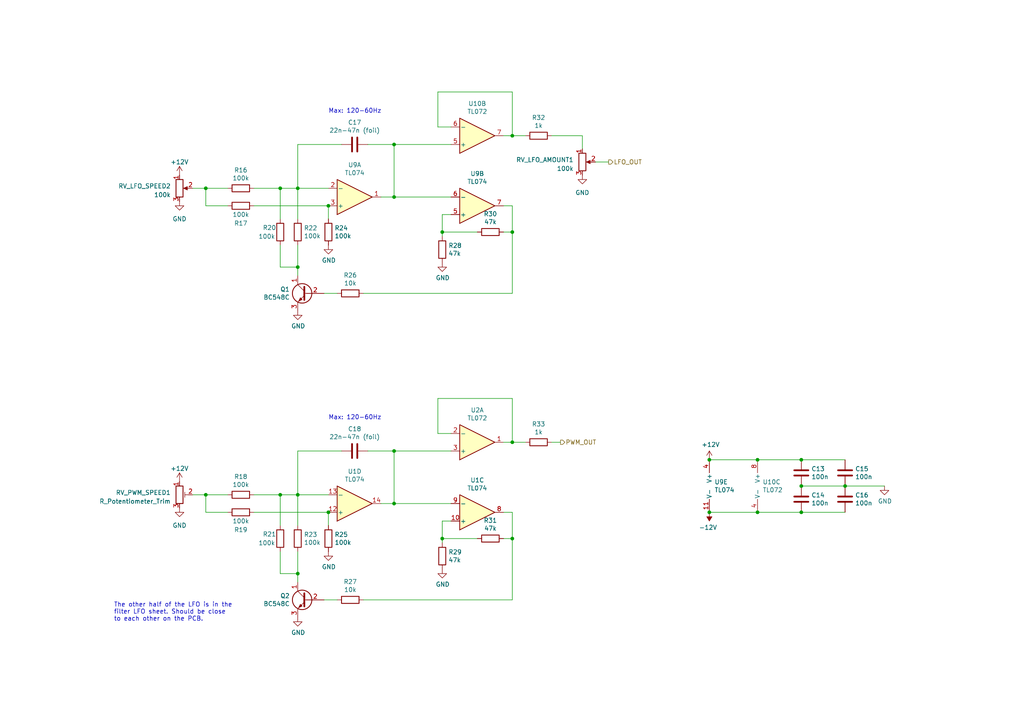
<source format=kicad_sch>
(kicad_sch (version 20230121) (generator eeschema)
  (paper "A4")
  (lib_symbols
    (symbol "+12V_1" (power) (pin_names (offset 0))
      (property "Value" "+12V_1" (at 0 3.556 0))
      (symbol "+12V_1_0_1"
        (polyline (pts (xy -0.762 1.27) (xy 0 2.54)))
        (polyline (pts (xy 0 0) (xy 0 2.54)))
        (polyline (pts (xy 0 2.54) (xy 0.762 1.27)))
      )
      (symbol "+12V_1_1_1"
        (pin power_in line (at 0 0 90) (length 0) hide (name "+12V") (number "1"))
      )
    )
    (symbol "Amplifier_Operational:TL072" (pin_names (offset 0.127))
      (property "Reference" "U" (at 0 5.08 0))
      (property "Value" "TL072" (at 0 -5.08 0))
      (symbol "TL072_1_1"
        (polyline (pts (xy -5.08 5.08) (xy 5.08 0) (xy -5.08 -5.08) (xy -5.08 5.08)) (stroke (width 0.254)) (fill (type background)))
        (pin output line (at 7.62 0 180) (length 2.54) (name "~") (number "1"))
        (pin input line (at -7.62 -2.54 0) (length 2.54) (name "-") (number "2"))
        (pin input line (at -7.62 2.54 0) (length 2.54) (name "+") (number "3"))
      )
      (symbol "TL072_2_1"
        (polyline (pts (xy -5.08 5.08) (xy 5.08 0) (xy -5.08 -5.08) (xy -5.08 5.08)) (stroke (width 0.254)) (fill (type background)))
        (pin input line (at -7.62 2.54 0) (length 2.54) (name "+") (number "5"))
        (pin input line (at -7.62 -2.54 0) (length 2.54) (name "-") (number "6"))
        (pin output line (at 7.62 0 180) (length 2.54) (name "~") (number "7"))
      )
      (symbol "TL072_3_1"
        (pin power_in line (at -2.54 -7.62 90) (length 3.81) (name "V-") (number "4"))
        (pin power_in line (at -2.54 7.62 270) (length 3.81) (name "V+") (number "8"))
      )
    )
    (symbol "Amplifier_Operational:TL074" (pin_names (offset 0.127))
      (property "Reference" "U" (at 0 5.08 0))
      (property "Value" "TL074" (at 0 -5.08 0))
      (symbol "TL074_1_1"
        (polyline (pts (xy -5.08 5.08) (xy 5.08 0) (xy -5.08 -5.08) (xy -5.08 5.08)) (stroke (width 0.254)) (fill (type background)))
        (pin output line (at 7.62 0 180) (length 2.54) (name "~") (number "1"))
        (pin input line (at -7.62 -2.54 0) (length 2.54) (name "-") (number "2"))
        (pin input line (at -7.62 2.54 0) (length 2.54) (name "+") (number "3"))
      )
      (symbol "TL074_2_1"
        (polyline (pts (xy -5.08 5.08) (xy 5.08 0) (xy -5.08 -5.08) (xy -5.08 5.08)) (stroke (width 0.254)) (fill (type background)))
        (pin input line (at -7.62 2.54 0) (length 2.54) (name "+") (number "5"))
        (pin input line (at -7.62 -2.54 0) (length 2.54) (name "-") (number "6"))
        (pin output line (at 7.62 0 180) (length 2.54) (name "~") (number "7"))
      )
      (symbol "TL074_3_1"
        (polyline (pts (xy -5.08 5.08) (xy 5.08 0) (xy -5.08 -5.08) (xy -5.08 5.08)) (stroke (width 0.254)) (fill (type background)))
        (pin input line (at -7.62 2.54 0) (length 2.54) (name "+") (number "10"))
        (pin output line (at 7.62 0 180) (length 2.54) (name "~") (number "8"))
        (pin input line (at -7.62 -2.54 0) (length 2.54) (name "-") (number "9"))
      )
      (symbol "TL074_4_1"
        (polyline (pts (xy -5.08 5.08) (xy 5.08 0) (xy -5.08 -5.08) (xy -5.08 5.08)) (stroke (width 0.254)) (fill (type background)))
        (pin input line (at -7.62 2.54 0) (length 2.54) (name "+") (number "12"))
        (pin input line (at -7.62 -2.54 0) (length 2.54) (name "-") (number "13"))
        (pin output line (at 7.62 0 180) (length 2.54) (name "~") (number "14"))
      )
      (symbol "TL074_5_1"
        (pin power_in line (at -2.54 -7.62 90) (length 3.81) (name "V-") (number "11"))
        (pin power_in line (at -2.54 7.62 270) (length 3.81) (name "V+") (number "4"))
      )
    )
    (symbol "Device:C" (pin_numbers hide) (pin_names (offset 0.254))
      (property "Reference" "C" (at 0.635 2.54 0))
      (property "Value" "C" (at 0.635 -2.54 0))
      (symbol "C_0_1"
        (polyline (pts (xy -2.032 -0.762) (xy 2.032 -0.762)) (stroke (width 0.508)))
        (polyline (pts (xy -2.032 0.762) (xy 2.032 0.762)) (stroke (width 0.508)))
      )
      (symbol "C_1_1"
        (pin passive line (at 0 3.81 270) (length 2.794) (name "~") (number "1"))
        (pin passive line (at 0 -3.81 90) (length 2.794) (name "~") (number "2"))
      )
    )
    (symbol "Device:R" (pin_numbers hide) (pin_names (offset 0))
      (property "Reference" "R" (at 2.032 0 90))
      (property "Value" "R" (at 0 0 90))
      (symbol "R_0_1"
        (rectangle (start -1.016 -2.54) (end 1.016 2.54) (stroke (width 0.254)))
      )
      (symbol "R_1_1"
        (pin passive line (at 0 3.81 270) (length 1.27) (name "~") (number "1"))
        (pin passive line (at 0 -3.81 90) (length 1.27) (name "~") (number "2"))
      )
    )
    (symbol "Device:R_Potentiometer" (pin_names (offset 1.016) hide)
      (property "Reference" "RV" (at -4.445 0 90))
      (property "Value" "R_Potentiometer" (at -2.54 0 90))
      (symbol "R_Potentiometer_0_1"
        (polyline (pts (xy 2.54 0) (xy 1.524 0)))
        (polyline (pts (xy 1.143 0) (xy 2.286 0.508) (xy 2.286 -0.508) (xy 1.143 0)) (fill (type outline)))
        (rectangle (start 1.016 2.54) (end -1.016 -2.54) (stroke (width 0.254)))
      )
      (symbol "R_Potentiometer_1_1"
        (pin passive line (at 0 3.81 270) (length 1.27) (name "1") (number "1"))
        (pin passive line (at 3.81 0 180) (length 1.27) (name "2") (number "2"))
        (pin passive line (at 0 -3.81 90) (length 1.27) (name "3") (number "3"))
      )
    )
    (symbol "Device:R_Potentiometer_Trim" (pin_names (offset 1.016) hide)
      (property "Reference" "RV" (at -4.445 0 90))
      (property "Value" "R_Potentiometer_Trim" (at -2.54 0 90))
      (symbol "R_Potentiometer_Trim_0_1"
        (polyline (pts (xy 1.524 0.762) (xy 1.524 -0.762)))
        (polyline (pts (xy 2.54 0) (xy 1.524 0)))
        (rectangle (start 1.016 2.54) (end -1.016 -2.54) (stroke (width 0.254)))
      )
      (symbol "R_Potentiometer_Trim_1_1"
        (pin passive line (at 0 3.81 270) (length 1.27) (name "1") (number "1"))
        (pin passive line (at 3.81 0 180) (length 1.27) (name "2") (number "2"))
        (pin passive line (at 0 -3.81 90) (length 1.27) (name "3") (number "3"))
      )
    )
    (symbol "GND_1" (power) (pin_names (offset 0))
      (property "Value" "GND_1" (at 0 -3.81 0))
      (symbol "GND_1_0_1"
        (polyline (pts (xy 0 0) (xy 0 -1.27) (xy 1.27 -1.27) (xy 0 -2.54) (xy -1.27 -1.27) (xy 0 -1.27)))
      )
      (symbol "GND_1_1_1"
        (pin power_in line (at 0 0 270) (length 0) hide (name "GND") (number "1"))
      )
    )
    (symbol "GND_2" (power) (pin_names (offset 0))
      (property "Value" "GND_2" (at 0 -3.81 0))
      (symbol "GND_2_0_1"
        (polyline (pts (xy 0 0) (xy 0 -1.27) (xy 1.27 -1.27) (xy 0 -2.54) (xy -1.27 -1.27) (xy 0 -1.27)))
      )
      (symbol "GND_2_1_1"
        (pin power_in line (at 0 0 270) (length 0) hide (name "GND") (number "1"))
      )
    )
    (symbol "Transistor_BJT:BC548" (pin_names (offset 0) hide)
      (property "Reference" "Q" (at 5.08 1.905 0))
      (property "Value" "BC548" (at 5.08 0 0))
      (symbol "BC548_0_1"
        (polyline (pts (xy 0 0) (xy 0.635 0)))
        (polyline (pts (xy 0.635 0.635) (xy 2.54 2.54)))
        (polyline (pts (xy 0.635 -0.635) (xy 2.54 -2.54) (xy 2.54 -2.54)))
        (polyline (pts (xy 0.635 1.905) (xy 0.635 -1.905) (xy 0.635 -1.905)) (stroke (width 0.508)))
        (polyline (pts (xy 1.27 -1.778) (xy 1.778 -1.27) (xy 2.286 -2.286) (xy 1.27 -1.778) (xy 1.27 -1.778)) (fill (type outline)))
        (circle (center 1.27 0) (radius 2.8194) (stroke (width 0.254)))
      )
      (symbol "BC548_1_1"
        (pin passive line (at 2.54 5.08 270) (length 2.54) (name "C") (number "1"))
        (pin input line (at -5.08 0 0) (length 5.08) (name "B") (number "2"))
        (pin passive line (at 2.54 -5.08 90) (length 2.54) (name "E") (number "3"))
      )
    )
    (symbol "power:+12V" (power) (pin_names (offset 0))
      (property "Value" "+12V" (at 0 3.556 0))
      (symbol "+12V_0_1"
        (polyline (pts (xy -0.762 1.27) (xy 0 2.54)))
        (polyline (pts (xy 0 0) (xy 0 2.54)))
        (polyline (pts (xy 0 2.54) (xy 0.762 1.27)))
      )
      (symbol "+12V_1_1"
        (pin power_in line (at 0 0 90) (length 0) hide (name "+12V") (number "1"))
      )
    )
    (symbol "power:-12V" (power) (pin_names (offset 0))
      (property "Value" "-12V" (at 0 3.81 0))
      (symbol "-12V_0_0"
        (pin power_in line (at 0 0 90) (length 0) hide (name "-12V") (number "1"))
      )
      (symbol "-12V_0_1"
        (polyline (pts (xy 0 0) (xy 0 1.27) (xy 0.762 1.27) (xy 0 2.54) (xy -0.762 1.27) (xy 0 1.27)) (fill (type outline)))
      )
    )
    (symbol "power:GND" (power) (pin_names (offset 0))
      (property "Value" "GND" (at 0 -3.81 0))
      (symbol "GND_0_1"
        (polyline (pts (xy 0 0) (xy 0 -1.27) (xy 1.27 -1.27) (xy 0 -2.54) (xy -1.27 -1.27) (xy 0 -1.27)))
      )
      (symbol "GND_1_1"
        (pin power_in line (at 0 0 270) (length 0) hide (name "GND") (number "1"))
      )
    )
  )
  (junction (at 148.59 156.21))
  (junction (at 81.28 54.61))
  (junction (at 81.28 143.51))
  (junction (at 114.3 41.91))
  (junction (at 86.36 143.51))
  (junction (at 86.36 77.47))
  (junction (at 205.74 148.59))
  (junction (at 232.41 148.59))
  (junction (at 232.41 140.97))
  (junction (at 86.36 54.61))
  (junction (at 59.69 143.51))
  (junction (at 219.71 133.35))
  (junction (at 114.3 57.15))
  (junction (at 219.71 148.59))
  (junction (at 232.41 133.35))
  (junction (at 95.25 148.59))
  (junction (at 205.74 133.35))
  (junction (at 86.36 166.37))
  (junction (at 128.27 156.21))
  (junction (at 114.3 130.81))
  (junction (at 59.69 54.61))
  (junction (at 148.59 128.27))
  (junction (at 128.27 67.31))
  (junction (at 245.11 140.97))
  (junction (at 148.59 39.37))
  (junction (at 95.25 59.69))
  (junction (at 114.3 146.05))
  (junction (at 148.59 67.31))
  (wire (pts (xy 66.04 59.69) (xy 59.69 59.69)))
  (wire (pts (xy 59.69 148.59) (xy 59.69 143.51)))
  (wire (pts (xy 86.36 41.91) (xy 99.06 41.91)))
  (wire (pts (xy 130.81 151.13) (xy 128.27 151.13)))
  (wire (pts (xy 232.41 133.35) (xy 245.11 133.35)))
  (wire (pts (xy 232.41 148.59) (xy 245.11 148.59)))
  (wire (pts (xy 148.59 173.99) (xy 105.41 173.99)))
  (wire (pts (xy 127 26.67) (xy 148.59 26.67)))
  (wire (pts (xy 81.28 77.47) (xy 86.36 77.47)))
  (wire (pts (xy 114.3 146.05) (xy 130.81 146.05)))
  (wire (pts (xy 130.81 125.73) (xy 127 125.73)))
  (wire (pts (xy 95.25 59.69) (xy 95.25 63.5)))
  (wire (pts (xy 81.28 54.61) (xy 86.36 54.61)))
  (wire (pts (xy 114.3 41.91) (xy 114.3 57.15)))
  (wire (pts (xy 59.69 54.61) (xy 66.04 54.61)))
  (wire (pts (xy 128.27 156.21) (xy 128.27 157.48)))
  (wire (pts (xy 146.05 59.69) (xy 148.59 59.69)))
  (wire (pts (xy 114.3 146.05) (xy 110.49 146.05)))
  (wire (pts (xy 152.4 39.37) (xy 148.59 39.37)))
  (wire (pts (xy 86.36 77.47) (xy 86.36 71.12)))
  (wire (pts (xy 127 36.83) (xy 127 26.67)))
  (wire (pts (xy 81.28 143.51) (xy 86.36 143.51)))
  (wire (pts (xy 114.3 130.81) (xy 130.81 130.81)))
  (wire (pts (xy 86.36 54.61) (xy 86.36 63.5)))
  (wire (pts (xy 138.43 67.31) (xy 128.27 67.31)))
  (wire (pts (xy 59.69 59.69) (xy 59.69 54.61)))
  (wire (pts (xy 127 115.57) (xy 148.59 115.57)))
  (wire (pts (xy 59.69 143.51) (xy 66.04 143.51)))
  (wire (pts (xy 205.74 148.59) (xy 219.71 148.59)))
  (wire (pts (xy 106.68 41.91) (xy 114.3 41.91)))
  (wire (pts (xy 114.3 41.91) (xy 130.81 41.91)))
  (wire (pts (xy 81.28 166.37) (xy 86.36 166.37)))
  (wire (pts (xy 148.59 148.59) (xy 148.59 156.21)))
  (wire (pts (xy 176.53 46.99) (xy 172.72 46.99)))
  (wire (pts (xy 152.4 128.27) (xy 148.59 128.27)))
  (wire (pts (xy 73.66 59.69) (xy 95.25 59.69)))
  (wire (pts (xy 146.05 67.31) (xy 148.59 67.31)))
  (wire (pts (xy 73.66 54.61) (xy 81.28 54.61)))
  (wire (pts (xy 114.3 57.15) (xy 130.81 57.15)))
  (wire (pts (xy 128.27 67.31) (xy 128.27 68.58)))
  (wire (pts (xy 81.28 160.02) (xy 81.28 166.37)))
  (wire (pts (xy 81.28 71.12) (xy 81.28 77.47)))
  (wire (pts (xy 245.11 140.97) (xy 232.41 140.97)))
  (wire (pts (xy 86.36 143.51) (xy 86.36 152.4)))
  (wire (pts (xy 219.71 133.35) (xy 232.41 133.35)))
  (wire (pts (xy 148.59 39.37) (xy 146.05 39.37)))
  (wire (pts (xy 86.36 80.01) (xy 86.36 77.47)))
  (wire (pts (xy 86.36 41.91) (xy 86.36 54.61)))
  (wire (pts (xy 55.88 54.61) (xy 59.69 54.61)))
  (wire (pts (xy 81.28 152.4) (xy 81.28 143.51)))
  (wire (pts (xy 148.59 26.67) (xy 148.59 39.37)))
  (wire (pts (xy 86.36 54.61) (xy 95.25 54.61)))
  (wire (pts (xy 219.71 148.59) (xy 232.41 148.59)))
  (wire (pts (xy 168.91 39.37) (xy 168.91 43.18)))
  (wire (pts (xy 81.28 63.5) (xy 81.28 54.61)))
  (wire (pts (xy 130.81 62.23) (xy 128.27 62.23)))
  (wire (pts (xy 128.27 62.23) (xy 128.27 67.31)))
  (wire (pts (xy 114.3 130.81) (xy 114.3 146.05)))
  (wire (pts (xy 73.66 148.59) (xy 95.25 148.59)))
  (wire (pts (xy 148.59 59.69) (xy 148.59 67.31)))
  (wire (pts (xy 148.59 85.09) (xy 105.41 85.09)))
  (wire (pts (xy 130.81 36.83) (xy 127 36.83)))
  (wire (pts (xy 146.05 148.59) (xy 148.59 148.59)))
  (wire (pts (xy 86.36 168.91) (xy 86.36 166.37)))
  (wire (pts (xy 256.54 140.97) (xy 245.11 140.97)))
  (wire (pts (xy 127 125.73) (xy 127 115.57)))
  (wire (pts (xy 148.59 156.21) (xy 148.59 173.99)))
  (wire (pts (xy 162.56 128.27) (xy 160.02 128.27)))
  (wire (pts (xy 86.36 130.81) (xy 99.06 130.81)))
  (wire (pts (xy 205.74 133.35) (xy 219.71 133.35)))
  (wire (pts (xy 148.59 128.27) (xy 146.05 128.27)))
  (wire (pts (xy 66.04 148.59) (xy 59.69 148.59)))
  (wire (pts (xy 114.3 57.15) (xy 110.49 57.15)))
  (wire (pts (xy 106.68 130.81) (xy 114.3 130.81)))
  (wire (pts (xy 97.79 85.09) (xy 93.98 85.09)))
  (wire (pts (xy 86.36 130.81) (xy 86.36 143.51)))
  (wire (pts (xy 73.66 143.51) (xy 81.28 143.51)))
  (wire (pts (xy 160.02 39.37) (xy 168.91 39.37)))
  (wire (pts (xy 138.43 156.21) (xy 128.27 156.21)))
  (wire (pts (xy 148.59 67.31) (xy 148.59 85.09)))
  (wire (pts (xy 86.36 143.51) (xy 95.25 143.51)))
  (wire (pts (xy 97.79 173.99) (xy 93.98 173.99)))
  (wire (pts (xy 95.25 148.59) (xy 95.25 152.4)))
  (wire (pts (xy 128.27 151.13) (xy 128.27 156.21)))
  (wire (pts (xy 55.88 143.51) (xy 59.69 143.51)))
  (wire (pts (xy 86.36 166.37) (xy 86.36 160.02)))
  (wire (pts (xy 146.05 156.21) (xy 148.59 156.21)))
  (wire (pts (xy 148.59 115.57) (xy 148.59 128.27)))
  (text "Max: 120-60Hz" (at 95.25 121.92 0) (effects (font (size 1.27 1.27)) (justify left bottom)))
  (text "Max: 120-60Hz" (at 95.25 33.02 0) (effects (font (size 1.27 1.27)) (justify left bottom)))
  (text "The other half of the LFO is in the\nfilter LFO sheet. Should be close\nto each other on the PCB." (at 33.02 180.34 0) (effects (font (size 1.27 1.27)) (justify left bottom)))
  (hierarchical_label "LFO_OUT" (shape output) (at 176.53 46.99 0))
  (hierarchical_label "PWM_OUT" (shape output) (at 162.56 128.27 0))
  (symbol (lib_id "Device:R") (at 128.27 72.39 0) (unit 1)
    (property "Reference" "R28" (at 130.048 71.2216 0) (effects (justify left)))
    (property "Value" "47k" (at 130.048 73.533 0) (effects (justify left)))
    (property "Footprint" "Shmoergh_Custom_Footprints:R_Axial_DIN0207_L6.3mm_D2.5mm_P7.62mm_Horizontal" (effects hide))
    (instances (project "shmoergh-funk-livecontrol" (path "" (reference "R28") (unit 1))) (project "hog-f1-control" (path "" (reference "R13") (unit 1))))
  )
  (symbol (lib_id "Amplifier_Operational:TL074") (at 102.87 57.15 0) (mirror x) (unit 1)
    (property "Reference" "U9" (at 102.87 47.8282 0))
    (property "Value" "TL074" (at 102.87 50.1396 0))
    (property "Footprint" "Package_DIP:DIP-14_W7.62mm" (effects hide))
    (property "Datasheet" "http://www.ti.com/lit/ds/symlink/tl071.pdf" (effects hide))
    (instances (project "shmoergh-funk-livecontrol" (path "" (reference "U9") (unit 1))) (project "hog-f1-control" (path "" (reference "U5") (unit 1))))
  )
  (symbol (lib_id "power:GND") (at 86.36 179.07 0) (unit 1)
    (property "Reference" "#PWR063" (effects hide))
    (property "Value" "GND" (at 86.487 183.4642 0))
    (instances (project "shmoergh-funk-livecontrol" (path "" (reference "#PWR063") (unit 1))) (project "hog-f1-control" (path "" (reference "#PWR031") (unit 1))))
  )
  (symbol (lib_id "power:GND") (at 86.36 90.17 0) (unit 1)
    (property "Reference" "#PWR058" (effects hide))
    (property "Value" "GND" (at 86.487 94.5642 0))
    (instances (project "shmoergh-funk-livecontrol" (path "" (reference "#PWR058") (unit 1))) (project "hog-f1-control" (path "" (reference "#PWR028") (unit 1))))
  )
  (symbol (lib_id "Device:R") (at 86.36 156.21 0) (unit 1)
    (property "Reference" "R23" (at 88.138 155.0416 0) (effects (justify left)))
    (property "Value" "100k" (at 88.138 157.353 0) (effects (justify left)))
    (property "Footprint" "Shmoergh_Custom_Footprints:R_Axial_DIN0207_L6.3mm_D2.5mm_P7.62mm_Horizontal" (effects hide))
    (instances (project "shmoergh-funk-livecontrol" (path "" (reference "R23") (unit 1))) (project "hog-f1-control" (path "" (reference "R19") (unit 1))))
  )
  (symbol (lib_id "Device:R_Potentiometer") (at 52.07 54.61 0) (unit 1)
    (property "Reference" "RV_LFO_SPEED2" (at 49.53 53.975 0) (effects (justify right)))
    (property "Value" "100k" (at 49.53 56.515 0) (effects (justify right)))
    (property "Footprint" "Shmoergh_Custom_Footprints:NSL25_01x03_Vertical" (effects hide))
  )
  (symbol (lib_id "Device:R_Potentiometer") (at 168.91 46.99 0) (unit 1)
    (property "Reference" "RV_LFO_AMOUNT1" (at 166.37 46.355 0) (effects (justify right)))
    (property "Value" "100k" (at 166.37 48.895 0) (effects (justify right)))
    (property "Footprint" "Shmoergh_Custom_Footprints:NSL25_01x03_Vertical" (effects hide))
  )
  (symbol (lib_id "Device:C") (at 245.11 137.16 0) (unit 1)
    (property "Reference" "C15" (at 248.031 135.9916 0) (effects (justify left)))
    (property "Value" "100n" (at 248.031 138.303 0) (effects (justify left)))
    (property "Footprint" "Capacitor_THT:C_Disc_D3.0mm_W2.0mm_P2.50mm" (effects hide))
    (instances (project "shmoergh-funk-livecontrol" (path "" (reference "C15") (unit 1))) (project "hog-f1-control" (path "" (reference "C10") (unit 1))))
  )
  (symbol (lib_name "GND_2") (lib_id "power:GND") (at 168.91 50.8 0) (unit 1)
    (property "Reference" "#PWR090" (effects hide))
    (property "Value" "GND" (at 168.91 55.88 0))
  )
  (symbol (lib_id "power:GND") (at 95.25 71.12 0) (unit 1)
    (property "Reference" "#PWR060" (effects hide))
    (property "Value" "GND" (at 95.377 75.5142 0))
    (instances (project "shmoergh-funk-livecontrol" (path "" (reference "#PWR060") (unit 1))) (project "hog-f1-control" (path "" (reference "#PWR029") (unit 1))))
  )
  (symbol (lib_id "Amplifier_Operational:TL072") (at 138.43 128.27 0) (mirror x) (unit 1)
    (property "Reference" "U2" (at 138.43 118.9482 0))
    (property "Value" "TL072" (at 138.43 121.2596 0))
    (property "Footprint" "Package_DIP:DIP-8_W7.62mm" (effects hide))
    (property "Datasheet" "http://www.ti.com/lit/ds/symlink/tl071.pdf" (effects hide))
    (instances (project "shmoergh-funk-livecontrol" (path "" (reference "U2") (unit 1))) (project "hog-f1-control" (path "" (reference "U6") (unit 1))))
  )
  (symbol (lib_name "GND_1") (lib_id "power:GND") (at 52.07 58.42 0) (unit 1)
    (property "Reference" "#PWR089" (effects hide))
    (property "Value" "GND" (at 52.07 63.5 0))
  )
  (symbol (lib_id "Transistor_BJT:BC548") (at 88.9 85.09 0) (mirror y) (unit 1)
    (property "Reference" "Q1" (at 84.0486 83.9216 0) (effects (justify left)))
    (property "Value" "BC548C" (at 84.0486 86.233 0) (effects (justify left)))
    (property "Footprint" "Package_TO_SOT_THT:TO-92L_Inline_Wide" (effects hide))
    (property "Datasheet" "https://www.onsemi.com/pub/Collateral/BC550-D.pdf" (effects hide))
  )
  (symbol (lib_id "Amplifier_Operational:TL074") (at 208.28 140.97 0) (unit 5)
    (property "Reference" "U9" (at 207.2132 139.8016 0) (effects (justify left)))
    (property "Value" "TL074" (at 207.2132 142.113 0) (effects (justify left)))
    (property "Footprint" "Package_DIP:DIP-14_W7.62mm" (effects hide))
    (property "Datasheet" "http://www.ti.com/lit/ds/symlink/tl071.pdf" (effects hide))
    (instances (project "shmoergh-funk-livecontrol" (path "" (reference "U9") (unit 5))) (project "hog-f1-control" (path "" (reference "U5") (unit 5))))
  )
  (symbol (lib_id "Device:R") (at 156.21 128.27 270) (unit 1)
    (property "Reference" "R33" (at 156.21 123.0122 90))
    (property "Value" "1k" (at 156.21 125.3236 90))
    (property "Footprint" "Shmoergh_Custom_Footprints:R_Axial_DIN0207_L6.3mm_D2.5mm_P7.62mm_Horizontal" (effects hide))
    (instances (project "shmoergh-funk-livecontrol" (path "" (reference "R33") (unit 1))) (project "hog-f1-control" (path "" (reference "R24") (unit 1))))
  )
  (symbol (lib_name "GND_1") (lib_id "power:GND") (at 52.07 147.32 0) (unit 1)
    (property "Reference" "#PWR061" (effects hide))
    (property "Value" "GND" (at 52.07 152.4 0))
  )
  (symbol (lib_id "Device:R") (at 95.25 67.31 0) (unit 1)
    (property "Reference" "R24" (at 97.028 66.1416 0) (effects (justify left)))
    (property "Value" "100k" (at 97.028 68.453 0) (effects (justify left)))
    (property "Footprint" "Shmoergh_Custom_Footprints:R_Axial_DIN0207_L6.3mm_D2.5mm_P7.62mm_Horizontal" (effects hide))
    (instances (project "shmoergh-funk-livecontrol" (path "" (reference "R24") (unit 1))) (project "hog-f1-control" (path "" (reference "R11") (unit 1))))
  )
  (symbol (lib_id "Device:R") (at 142.24 67.31 270) (unit 1)
    (property "Reference" "R30" (at 142.24 62.0522 90))
    (property "Value" "47k" (at 142.24 64.3636 90))
    (property "Footprint" "Shmoergh_Custom_Footprints:R_Axial_DIN0207_L6.3mm_D2.5mm_P7.62mm_Horizontal" (effects hide))
    (instances (project "shmoergh-funk-livecontrol" (path "" (reference "R30") (unit 1))) (project "hog-f1-control" (path "" (reference "R14") (unit 1))))
  )
  (symbol (lib_id "Device:R") (at 142.24 156.21 270) (unit 1)
    (property "Reference" "R31" (at 142.24 150.9522 90))
    (property "Value" "47k" (at 142.24 153.2636 90))
    (property "Footprint" "Shmoergh_Custom_Footprints:R_Axial_DIN0207_L6.3mm_D2.5mm_P7.62mm_Horizontal" (effects hide))
    (instances (project "shmoergh-funk-livecontrol" (path "" (reference "R31") (unit 1))) (project "hog-f1-control" (path "" (reference "R23") (unit 1))))
  )
  (symbol (lib_id "Device:R") (at 101.6 173.99 270) (unit 1)
    (property "Reference" "R27" (at 101.6 168.7322 90))
    (property "Value" "10k" (at 101.6 171.0436 90))
    (property "Footprint" "Shmoergh_Custom_Footprints:R_Axial_DIN0207_L6.3mm_D2.5mm_P7.62mm_Horizontal" (effects hide))
    (instances (project "shmoergh-funk-livecontrol" (path "" (reference "R27") (unit 1))) (project "hog-f1-control" (path "" (reference "R21") (unit 1))))
  )
  (symbol (lib_id "Amplifier_Operational:TL074") (at 138.43 59.69 0) (mirror x) (unit 2)
    (property "Reference" "U9" (at 138.43 50.3682 0))
    (property "Value" "TL074" (at 138.43 52.6796 0))
    (property "Footprint" "Package_DIP:DIP-14_W7.62mm" (effects hide))
    (property "Datasheet" "http://www.ti.com/lit/ds/symlink/tl071.pdf" (effects hide))
    (instances (project "shmoergh-funk-livecontrol" (path "" (reference "U9") (unit 2))) (project "hog-f1-control" (path "" (reference "U5") (unit 2))))
  )
  (symbol (lib_id "Transistor_BJT:BC548") (at 88.9 173.99 0) (mirror y) (unit 1)
    (property "Reference" "Q2" (at 84.0486 172.8216 0) (effects (justify left)))
    (property "Value" "BC548C" (at 84.0486 175.133 0) (effects (justify left)))
    (property "Footprint" "Package_TO_SOT_THT:TO-92L_Inline_Wide" (effects hide))
    (property "Datasheet" "https://www.onsemi.com/pub/Collateral/BC550-D.pdf" (effects hide))
  )
  (symbol (lib_id "Device:R") (at 81.28 67.31 0) (unit 1)
    (property "Reference" "R20" (at 76.2 66.04 0) (effects (justify left)))
    (property "Value" "100k" (at 74.93 68.58 0) (effects (justify left)))
    (property "Footprint" "Shmoergh_Custom_Footprints:R_Axial_DIN0207_L6.3mm_D2.5mm_P7.62mm_Horizontal" (effects hide))
    (instances (project "shmoergh-funk-livecontrol" (path "" (reference "R20") (unit 1))) (project "hog-f1-control" (path "" (reference "R9") (unit 1))))
  )
  (symbol (lib_id "Amplifier_Operational:TL072") (at 222.25 140.97 0) (unit 3)
    (property "Reference" "U10" (at 221.1832 139.8016 0) (effects (justify left)))
    (property "Value" "TL072" (at 221.1832 142.113 0) (effects (justify left)))
    (property "Footprint" "Package_DIP:DIP-8_W7.62mm" (effects hide))
    (property "Datasheet" "http://www.ti.com/lit/ds/symlink/tl071.pdf" (effects hide))
    (instances (project "shmoergh-funk-livecontrol" (path "" (reference "U10") (unit 3))) (project "hog-f1-control" (path "" (reference "U6") (unit 3))))
  )
  (symbol (lib_id "Amplifier_Operational:TL074") (at 138.43 148.59 0) (mirror x) (unit 3)
    (property "Reference" "U1" (at 138.43 139.2682 0))
    (property "Value" "TL074" (at 138.43 141.5796 0))
    (property "Footprint" "Package_DIP:DIP-14_W7.62mm" (effects hide))
    (property "Datasheet" "http://www.ti.com/lit/ds/symlink/tl071.pdf" (effects hide))
    (instances (project "shmoergh-funk-livecontrol" (path "" (reference "U1") (unit 3))) (project "hog-f1-control" (path "" (reference "U5") (unit 3))))
  )
  (symbol (lib_id "power:+12V") (at 52.07 139.7 0) (unit 1)
    (property "Reference" "#PWR059" (effects hide))
    (property "Value" "+12V" (at 52.07 135.89 0))
  )
  (symbol (lib_id "power:+12V") (at 205.74 133.35 0) (unit 1)
    (property "Reference" "#PWR055" (effects hide))
    (property "Value" "+12V" (at 206.121 128.9558 0))
    (instances (project "shmoergh-funk-livecontrol" (path "" (reference "#PWR055") (unit 1))) (project "hog-f1-control" (path "" (reference "#PWR0139") (unit 1))))
  )
  (symbol (lib_id "Device:R") (at 69.85 143.51 270) (unit 1)
    (property "Reference" "R18" (at 69.85 138.2522 90))
    (property "Value" "100k" (at 69.85 140.5636 90))
    (property "Footprint" "Shmoergh_Custom_Footprints:R_Axial_DIN0207_L6.3mm_D2.5mm_P7.62mm_Horizontal" (effects hide))
    (instances (project "shmoergh-funk-livecontrol" (path "" (reference "R18") (unit 1))) (project "hog-f1-control" (path "" (reference "R16") (unit 1))))
  )
  (symbol (lib_id "power:GND") (at 128.27 165.1 0) (unit 1)
    (property "Reference" "#PWR087" (effects hide))
    (property "Value" "GND" (at 128.397 169.4942 0))
    (instances (project "shmoergh-funk-livecontrol" (path "" (reference "#PWR087") (unit 1))) (project "hog-f1-control" (path "" (reference "#PWR033") (unit 1))))
  )
  (symbol (lib_id "Device:R_Potentiometer_Trim") (at 52.07 143.51 0) (unit 1)
    (property "Reference" "RV_PWM_SPEED1" (at 49.53 142.875 0) (effects (justify right)))
    (property "Value" "R_Potentiometer_Trim" (at 49.53 145.415 0) (effects (justify right)))
    (property "Footprint" "Potentiometer_THT:Potentiometer_Runtron_RM-065_Vertical" (effects hide))
  )
  (symbol (lib_id "Amplifier_Operational:TL072") (at 138.43 39.37 0) (mirror x) (unit 2)
    (property "Reference" "U10" (at 138.43 30.0482 0))
    (property "Value" "TL072" (at 138.43 32.3596 0))
    (property "Footprint" "Package_DIP:DIP-8_W7.62mm" (effects hide))
    (property "Datasheet" "http://www.ti.com/lit/ds/symlink/tl071.pdf" (effects hide))
    (instances (project "shmoergh-funk-livecontrol" (path "" (reference "U10") (unit 2))) (project "hog-f1-control" (path "" (reference "U6") (unit 2))))
  )
  (symbol (lib_id "Device:C") (at 102.87 41.91 270) (unit 1)
    (property "Reference" "C17" (at 102.87 35.5092 90))
    (property "Value" "22n-47n (foil)" (at 102.87 37.8206 90))
    (property "Footprint" "Capacitor_THT:C_Rect_L7.0mm_W2.5mm_P5.00mm" (effects hide))
    (instances (project "shmoergh-funk-livecontrol" (path "" (reference "C17") (unit 1))) (project "hog-f1-control" (path "" (reference "C12") (unit 1))))
  )
  (symbol (lib_id "Device:R") (at 156.21 39.37 270) (unit 1)
    (property "Reference" "R32" (at 156.21 34.1122 90))
    (property "Value" "1k" (at 156.21 36.4236 90))
    (property "Footprint" "Shmoergh_Custom_Footprints:R_Axial_DIN0207_L6.3mm_D2.5mm_P7.62mm_Horizontal" (effects hide))
    (instances (project "shmoergh-funk-livecontrol" (path "" (reference "R32") (unit 1))) (project "hog-f1-control" (path "" (reference "R15") (unit 1))))
  )
  (symbol (lib_id "Device:C") (at 232.41 144.78 0) (unit 1)
    (property "Reference" "C14" (at 235.331 143.6116 0) (effects (justify left)))
    (property "Value" "100n" (at 235.331 145.923 0) (effects (justify left)))
    (property "Footprint" "Capacitor_THT:C_Disc_D3.0mm_W2.0mm_P2.50mm" (effects hide))
    (instances (project "shmoergh-funk-livecontrol" (path "" (reference "C14") (unit 1))) (project "hog-f1-control" (path "" (reference "C9") (unit 1))))
  )
  (symbol (lib_id "Device:R") (at 86.36 67.31 0) (unit 1)
    (property "Reference" "R22" (at 88.138 66.1416 0) (effects (justify left)))
    (property "Value" "100k" (at 88.138 68.453 0) (effects (justify left)))
    (property "Footprint" "Shmoergh_Custom_Footprints:R_Axial_DIN0207_L6.3mm_D2.5mm_P7.62mm_Horizontal" (effects hide))
    (instances (project "shmoergh-funk-livecontrol" (path "" (reference "R22") (unit 1))) (project "hog-f1-control" (path "" (reference "R10") (unit 1))))
  )
  (symbol (lib_id "Device:R") (at 95.25 156.21 0) (unit 1)
    (property "Reference" "R25" (at 97.028 155.0416 0) (effects (justify left)))
    (property "Value" "100k" (at 97.028 157.353 0) (effects (justify left)))
    (property "Footprint" "Shmoergh_Custom_Footprints:R_Axial_DIN0207_L6.3mm_D2.5mm_P7.62mm_Horizontal" (effects hide))
    (instances (project "shmoergh-funk-livecontrol" (path "" (reference "R25") (unit 1))) (project "hog-f1-control" (path "" (reference "R20") (unit 1))))
  )
  (symbol (lib_id "power:GND") (at 95.25 160.02 0) (unit 1)
    (property "Reference" "#PWR086" (effects hide))
    (property "Value" "GND" (at 95.377 164.4142 0))
    (instances (project "shmoergh-funk-livecontrol" (path "" (reference "#PWR086") (unit 1))) (project "hog-f1-control" (path "" (reference "#PWR032") (unit 1))))
  )
  (symbol (lib_id "Device:C") (at 102.87 130.81 270) (unit 1)
    (property "Reference" "C18" (at 102.87 124.4092 90))
    (property "Value" "22n-47n (foil)" (at 102.87 126.7206 90))
    (property "Footprint" "Capacitor_THT:C_Rect_L7.0mm_W2.5mm_P5.00mm" (effects hide))
    (instances (project "shmoergh-funk-livecontrol" (path "" (reference "C18") (unit 1))) (project "hog-f1-control" (path "" (reference "C13") (unit 1))))
  )
  (symbol (lib_id "Device:C") (at 232.41 137.16 0) (unit 1)
    (property "Reference" "C13" (at 235.331 135.9916 0) (effects (justify left)))
    (property "Value" "100n" (at 235.331 138.303 0) (effects (justify left)))
    (property "Footprint" "Capacitor_THT:C_Disc_D3.0mm_W2.0mm_P2.50mm" (effects hide))
    (instances (project "shmoergh-funk-livecontrol" (path "" (reference "C13") (unit 1))) (project "hog-f1-control" (path "" (reference "C8") (unit 1))))
  )
  (symbol (lib_id "power:GND") (at 128.27 76.2 0) (unit 1)
    (property "Reference" "#PWR062" (effects hide))
    (property "Value" "GND" (at 128.397 80.5942 0))
    (instances (project "shmoergh-funk-livecontrol" (path "" (reference "#PWR062") (unit 1))) (project "hog-f1-control" (path "" (reference "#PWR030") (unit 1))))
  )
  (symbol (lib_id "Device:R") (at 81.28 156.21 0) (unit 1)
    (property "Reference" "R21" (at 76.2 154.94 0) (effects (justify left)))
    (property "Value" "100k" (at 74.93 157.48 0) (effects (justify left)))
    (property "Footprint" "Shmoergh_Custom_Footprints:R_Axial_DIN0207_L6.3mm_D2.5mm_P7.62mm_Horizontal" (effects hide))
    (instances (project "shmoergh-funk-livecontrol" (path "" (reference "R21") (unit 1))) (project "hog-f1-control" (path "" (reference "R18") (unit 1))))
  )
  (symbol (lib_id "Device:R") (at 101.6 85.09 270) (unit 1)
    (property "Reference" "R26" (at 101.6 79.8322 90))
    (property "Value" "10k" (at 101.6 82.1436 90))
    (property "Footprint" "Shmoergh_Custom_Footprints:R_Axial_DIN0207_L6.3mm_D2.5mm_P7.62mm_Horizontal" (effects hide))
    (instances (project "shmoergh-funk-livecontrol" (path "" (reference "R26") (unit 1))) (project "hog-f1-control" (path "" (reference "R12") (unit 1))))
  )
  (symbol (lib_id "Device:C") (at 245.11 144.78 0) (unit 1)
    (property "Reference" "C16" (at 248.031 143.6116 0) (effects (justify left)))
    (property "Value" "100n" (at 248.031 145.923 0) (effects (justify left)))
    (property "Footprint" "Capacitor_THT:C_Disc_D3.0mm_W2.0mm_P2.50mm" (effects hide))
    (instances (project "shmoergh-funk-livecontrol" (path "" (reference "C16") (unit 1))) (project "hog-f1-control" (path "" (reference "C11") (unit 1))))
  )
  (symbol (lib_id "Device:R") (at 69.85 59.69 270) (unit 1)
    (property "Reference" "R17" (at 69.85 64.77 90))
    (property "Value" "100k" (at 69.85 62.23 90))
    (property "Footprint" "Shmoergh_Custom_Footprints:R_Axial_DIN0207_L6.3mm_D2.5mm_P7.62mm_Horizontal" (effects hide))
    (instances (project "shmoergh-funk-livecontrol" (path "" (reference "R17") (unit 1))) (project "hog-f1-control" (path "" (reference "R8") (unit 1))))
  )
  (symbol (lib_id "power:-12V") (at 205.74 148.59 180) (unit 1)
    (property "Reference" "#PWR056" (effects hide))
    (property "Value" "-12V" (at 205.359 152.9842 0))
    (instances (project "shmoergh-funk-livecontrol" (path "" (reference "#PWR056") (unit 1))) (project "hog-f1-control" (path "" (reference "#PWR0140") (unit 1))))
  )
  (symbol (lib_name "+12V_1") (lib_id "power:+12V") (at 52.07 50.8 0) (unit 1)
    (property "Reference" "#PWR088" (effects hide))
    (property "Value" "+12V" (at 52.07 46.99 0))
  )
  (symbol (lib_id "Amplifier_Operational:TL074") (at 102.87 146.05 0) (mirror x) (unit 4)
    (property "Reference" "U1" (at 102.87 136.7282 0))
    (property "Value" "TL074" (at 102.87 139.0396 0))
    (property "Footprint" "Package_DIP:DIP-14_W7.62mm" (effects hide))
    (property "Datasheet" "http://www.ti.com/lit/ds/symlink/tl071.pdf" (effects hide))
    (instances (project "shmoergh-funk-livecontrol" (path "" (reference "U1") (unit 4))) (project "hog-f1-control" (path "" (reference "U5") (unit 4))))
  )
  (symbol (lib_id "power:GND") (at 256.54 140.97 0) (unit 1)
    (property "Reference" "#PWR057" (effects hide))
    (property "Value" "GND" (at 256.667 145.3642 0))
    (instances (project "shmoergh-funk-livecontrol" (path "" (reference "#PWR057") (unit 1))) (project "hog-f1-control" (path "" (reference "#PWR0138") (unit 1))))
  )
  (symbol (lib_id "Device:R") (at 128.27 161.29 0) (unit 1)
    (property "Reference" "R29" (at 130.048 160.1216 0) (effects (justify left)))
    (property "Value" "47k" (at 130.048 162.433 0) (effects (justify left)))
    (property "Footprint" "Shmoergh_Custom_Footprints:R_Axial_DIN0207_L6.3mm_D2.5mm_P7.62mm_Horizontal" (effects hide))
    (instances (project "shmoergh-funk-livecontrol" (path "" (reference "R29") (unit 1))) (project "hog-f1-control" (path "" (reference "R22") (unit 1))))
  )
  (symbol (lib_id "Device:R") (at 69.85 54.61 270) (unit 1)
    (property "Reference" "R16" (at 69.85 49.3522 90))
    (property "Value" "100k" (at 69.85 51.6636 90))
    (property "Footprint" "Shmoergh_Custom_Footprints:R_Axial_DIN0207_L6.3mm_D2.5mm_P7.62mm_Horizontal" (effects hide))
    (instances (project "shmoergh-funk-livecontrol" (path "" (reference "R16") (unit 1))) (project "hog-f1-control" (path "" (reference "R7") (unit 1))))
  )
  (symbol (lib_id "Device:R") (at 69.85 148.59 270) (unit 1)
    (property "Reference" "R19" (at 69.85 153.67 90))
    (property "Value" "100k" (at 69.85 151.13 90))
    (property "Footprint" "Shmoergh_Custom_Footprints:R_Axial_DIN0207_L6.3mm_D2.5mm_P7.62mm_Horizontal" (effects hide))
    (instances (project "shmoergh-funk-livecontrol" (path "" (reference "R19") (unit 1))) (project "hog-f1-control" (path "" (reference "R17") (unit 1))))
  )
)
</source>
